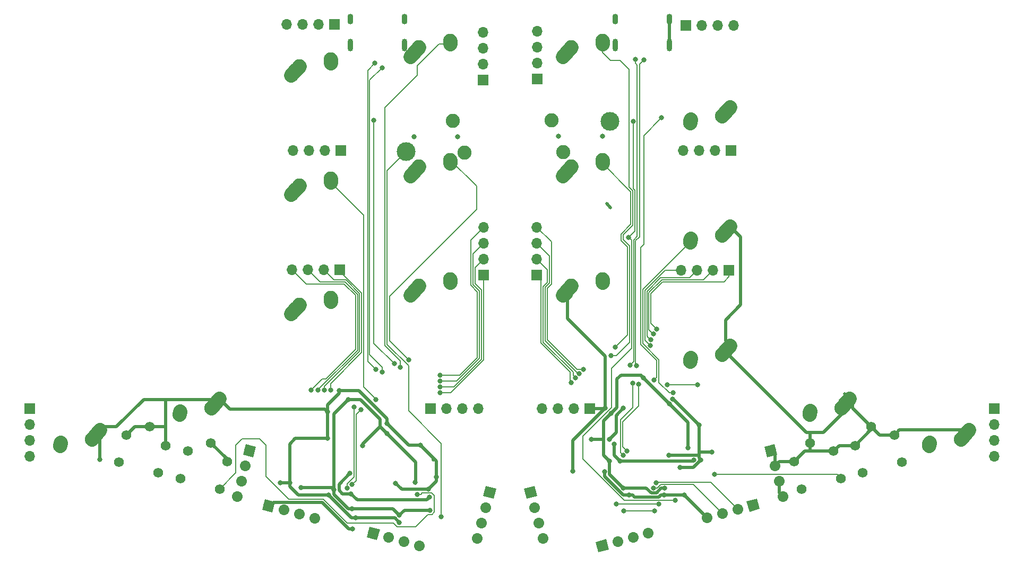
<source format=gbr>
G04 #@! TF.GenerationSoftware,KiCad,Pcbnew,(5.1.4)-1*
G04 #@! TF.CreationDate,2023-06-17T21:44:22-04:00*
G04 #@! TF.ProjectId,ThumbsUp,5468756d-6273-4557-902e-6b696361645f,rev?*
G04 #@! TF.SameCoordinates,Original*
G04 #@! TF.FileFunction,Copper,L1,Top*
G04 #@! TF.FilePolarity,Positive*
%FSLAX46Y46*%
G04 Gerber Fmt 4.6, Leading zero omitted, Abs format (unit mm)*
G04 Created by KiCad (PCBNEW (5.1.4)-1) date 2023-06-17 21:44:22*
%MOMM*%
%LPD*%
G04 APERTURE LIST*
%ADD10C,2.250000*%
%ADD11C,2.250000*%
%ADD12O,0.900000X1.700000*%
%ADD13O,0.900000X2.000000*%
%ADD14C,1.575000*%
%ADD15O,1.700000X1.700000*%
%ADD16R,1.700000X1.700000*%
%ADD17C,1.700000*%
%ADD18C,1.700000*%
%ADD19C,0.100000*%
%ADD20C,0.800000*%
%ADD21C,3.000000*%
%ADD22C,0.500000*%
%ADD23C,0.200000*%
G04 APERTURE END LIST*
D10*
X118582789Y-412412952D03*
X117927790Y-413142952D03*
D11*
X117272789Y-413872952D02*
X118582791Y-412412952D01*
D10*
X123622789Y-411332952D03*
X123602789Y-411622952D03*
D11*
X123582789Y-411912952D02*
X123622789Y-411332952D01*
D10*
X161892025Y-405150323D03*
D11*
X161912025Y-404860323D02*
X161872025Y-405440323D01*
D10*
X161872025Y-405440323D03*
X167567024Y-403630323D03*
D11*
X168222025Y-402900323D02*
X166912023Y-404360323D01*
D10*
X166912025Y-404360323D03*
D12*
X158595000Y-388810000D03*
X149955000Y-388810000D03*
D13*
X158595000Y-392980000D03*
X149955000Y-392980000D03*
D14*
X181027730Y-456555373D03*
X184751651Y-457881047D03*
X185923921Y-462225674D03*
X178476079Y-459574326D03*
X179648349Y-463918953D03*
X85447277Y-456555373D03*
X87998928Y-459574326D03*
X86826658Y-463918953D03*
X81723356Y-457881047D03*
X80551086Y-462225674D03*
X190727730Y-453955373D03*
X194451651Y-455281047D03*
X195623921Y-459625674D03*
X188176079Y-456974326D03*
X189348349Y-461318953D03*
X75669532Y-453955373D03*
X78221183Y-456974326D03*
X77048913Y-461318953D03*
X71945611Y-455281047D03*
X70773341Y-459625674D03*
D15*
X168830000Y-389860000D03*
X166290000Y-389860000D03*
X163750000Y-389860000D03*
D16*
X161210000Y-389860000D03*
D15*
X97510000Y-389720000D03*
X100050000Y-389720000D03*
X102590000Y-389720000D03*
D16*
X105130000Y-389720000D03*
D10*
X99532789Y-415412952D03*
X98877790Y-416142952D03*
D11*
X98222789Y-416872952D02*
X99532791Y-415412952D01*
D10*
X104572789Y-414332952D03*
X104552789Y-414622952D03*
D11*
X104532789Y-414912952D02*
X104572789Y-414332952D01*
D10*
X205012025Y-455960322D03*
X205667024Y-455230322D03*
D11*
X206322025Y-454500322D02*
X205012023Y-455960322D01*
D10*
X199972025Y-457040322D03*
X199992025Y-456750322D03*
D11*
X200012025Y-456460322D02*
X199972025Y-457040322D01*
D10*
X185962025Y-450960323D03*
X186617024Y-450230323D03*
D11*
X187272025Y-449500323D02*
X185962023Y-450960323D01*
D10*
X180922025Y-452040323D03*
X180942025Y-451750323D03*
D11*
X180962025Y-451460323D02*
X180922025Y-452040323D01*
D10*
X166912025Y-442460322D03*
X167567024Y-441730322D03*
D11*
X168222025Y-441000322D02*
X166912023Y-442460322D01*
D10*
X161872025Y-443540322D03*
X161892025Y-443250322D03*
D11*
X161912025Y-442960322D02*
X161872025Y-443540322D01*
D10*
X166912025Y-423410322D03*
X167567024Y-422680322D03*
D11*
X168222025Y-421950322D02*
X166912023Y-423410322D01*
D10*
X161872025Y-424490322D03*
X161892025Y-424200322D03*
D11*
X161912025Y-423910322D02*
X161872025Y-424490322D01*
D10*
X142862025Y-431460322D03*
X142207026Y-432190322D03*
D11*
X141552025Y-432920322D02*
X142862027Y-431460322D01*
D10*
X147902025Y-430380322D03*
X147882025Y-430670322D03*
D11*
X147862025Y-430960322D02*
X147902025Y-430380322D01*
D10*
X142862025Y-412410323D03*
X142207026Y-413140323D03*
D11*
X141552025Y-413870323D02*
X142862027Y-412410323D01*
D10*
X147902025Y-411330323D03*
X147882025Y-411620323D03*
D11*
X147862025Y-411910323D02*
X147902025Y-411330323D01*
D10*
X147882026Y-392570322D03*
D11*
X147862026Y-392860322D02*
X147902026Y-392280322D01*
D10*
X147902026Y-392280322D03*
X142207027Y-394090322D03*
D11*
X141552026Y-394820322D02*
X142862028Y-393360322D01*
D10*
X142862026Y-393360322D03*
X118582789Y-431462952D03*
X117927790Y-432192952D03*
D11*
X117272789Y-432922952D02*
X118582791Y-431462952D01*
D10*
X123622789Y-430382952D03*
X123602789Y-430672952D03*
D11*
X123582789Y-430962952D02*
X123622789Y-430382952D01*
D10*
X123602790Y-392572952D03*
D11*
X123582790Y-392862952D02*
X123622790Y-392282952D01*
D10*
X123622790Y-392282952D03*
X117927791Y-394092952D03*
D11*
X117272790Y-394822952D02*
X118582792Y-393362952D01*
D10*
X118582790Y-393362952D03*
X99532790Y-434462952D03*
X98877791Y-435192952D03*
D11*
X98222790Y-435922952D02*
X99532792Y-434462952D01*
D10*
X104572790Y-433382952D03*
X104552790Y-433672952D03*
D11*
X104532790Y-433962952D02*
X104572790Y-433382952D01*
D10*
X104552790Y-395572952D03*
D11*
X104532790Y-395862952D02*
X104572790Y-395282952D01*
D10*
X104572790Y-395282952D03*
X98877791Y-397092952D03*
D11*
X98222790Y-397822952D02*
X99532792Y-396362952D01*
D10*
X99532790Y-396362952D03*
X85482789Y-450962953D03*
X86137788Y-450232953D03*
D11*
X86792789Y-449502953D02*
X85482787Y-450962953D01*
D10*
X80442789Y-452042953D03*
X80462789Y-451752953D03*
D11*
X80482789Y-451462953D02*
X80442789Y-452042953D01*
D10*
X66432789Y-455962952D03*
X67087788Y-455232952D03*
D11*
X67742789Y-454502952D02*
X66432787Y-455962952D01*
D10*
X61392789Y-457042952D03*
X61412789Y-456752952D03*
D11*
X61432789Y-456462952D02*
X61392789Y-457042952D01*
D12*
X116300000Y-388825000D03*
X107660000Y-388825000D03*
D13*
X116300000Y-392995000D03*
X107660000Y-392995000D03*
D17*
X101993144Y-468585154D03*
D18*
X101993144Y-468585154D02*
X101993144Y-468585154D01*
D17*
X99539692Y-467927754D03*
D18*
X99539692Y-467927754D02*
X99539692Y-467927754D01*
D17*
X97086241Y-467270353D03*
D18*
X97086241Y-467270353D02*
X97086241Y-467270353D01*
D17*
X94632789Y-466612953D03*
D19*
G36*
X95233830Y-467653986D02*
G01*
X93591756Y-467213994D01*
X94031748Y-465571920D01*
X95673822Y-466011912D01*
X95233830Y-467653986D01*
X95233830Y-467653986D01*
G37*
D17*
X164551669Y-468482524D03*
D18*
X164551669Y-468482524D02*
X164551669Y-468482524D01*
D17*
X167005121Y-467825124D03*
D18*
X167005121Y-467825124D02*
X167005121Y-467825124D01*
D17*
X169458572Y-467167723D03*
D18*
X169458572Y-467167723D02*
X169458572Y-467167723D01*
D17*
X171912024Y-466510323D03*
D19*
G36*
X170870991Y-465909282D02*
G01*
X172513065Y-465469290D01*
X172953057Y-467111364D01*
X171310983Y-467551356D01*
X170870991Y-465909282D01*
X170870991Y-465909282D01*
G37*
D17*
X138391130Y-471814978D03*
D18*
X138391130Y-471814978D02*
X138391130Y-471814978D01*
D17*
X137733730Y-469361526D03*
D18*
X137733730Y-469361526D02*
X137733730Y-469361526D01*
D17*
X137076329Y-466908075D03*
D18*
X137076329Y-466908075D02*
X137076329Y-466908075D01*
D17*
X136418929Y-464454623D03*
D19*
G36*
X135817888Y-465495656D02*
G01*
X135377896Y-463853582D01*
X137019970Y-463413590D01*
X137459962Y-465055664D01*
X135817888Y-465495656D01*
X135817888Y-465495656D01*
G37*
D20*
X147850000Y-407575000D03*
X140850000Y-407575000D03*
D10*
X141650000Y-410100000D03*
D21*
X149050000Y-405175000D03*
D10*
X139750000Y-405050000D03*
D20*
X117800000Y-407625000D03*
X124800000Y-407625000D03*
D10*
X124000000Y-405100000D03*
D21*
X116600000Y-410025000D03*
D10*
X125900000Y-410150000D03*
D15*
X137412019Y-422110280D03*
X137412019Y-424650280D03*
X137412019Y-427190280D03*
D16*
X137412019Y-429730280D03*
D15*
X137458726Y-390760794D03*
X137458726Y-393300794D03*
X137458726Y-395840794D03*
D16*
X137458726Y-398380794D03*
D15*
X128876095Y-390998305D03*
X128876095Y-393538305D03*
X128876095Y-396078305D03*
D16*
X128876095Y-398618305D03*
D15*
X128940599Y-422124893D03*
X128940599Y-424664893D03*
X128940599Y-427204893D03*
D16*
X128940599Y-429744893D03*
D17*
X176698626Y-465168258D03*
D18*
X176698626Y-465168258D02*
X176698626Y-465168258D01*
D17*
X176041226Y-462714806D03*
D18*
X176041226Y-462714806D02*
X176041226Y-462714806D01*
D17*
X175383825Y-460261355D03*
D18*
X175383825Y-460261355D02*
X175383825Y-460261355D01*
D17*
X174726425Y-457807903D03*
D19*
G36*
X174125384Y-458848936D02*
G01*
X173685392Y-457206862D01*
X175327466Y-456766870D01*
X175767458Y-458408944D01*
X174125384Y-458848936D01*
X174125384Y-458848936D01*
G37*
D15*
X138195921Y-451084972D03*
X140735921Y-451084972D03*
X143275921Y-451084972D03*
D16*
X145815921Y-451084972D03*
D15*
X128068428Y-451081322D03*
X125528428Y-451081322D03*
X122988428Y-451081322D03*
D16*
X120448428Y-451081322D03*
D17*
X89627956Y-465171820D03*
D18*
X89627956Y-465171820D02*
X89627956Y-465171820D01*
D17*
X90285356Y-462718368D03*
D18*
X90285356Y-462718368D02*
X90285356Y-462718368D01*
D17*
X90942757Y-460264917D03*
D18*
X90942757Y-460264917D02*
X90942757Y-460264917D01*
D17*
X91600157Y-457811465D03*
D19*
G36*
X90559124Y-458412506D02*
G01*
X90999116Y-456770432D01*
X92641190Y-457210424D01*
X92201198Y-458852498D01*
X90559124Y-458412506D01*
X90559124Y-458412506D01*
G37*
D15*
X210412025Y-458730322D03*
X210412025Y-456190322D03*
X210412025Y-453650322D03*
D16*
X210412025Y-451110322D03*
D15*
X56532789Y-458712952D03*
X56532789Y-456172952D03*
X56532789Y-453632952D03*
D16*
X56532789Y-451092952D03*
D15*
X98376974Y-428920972D03*
X100916974Y-428920972D03*
X103456974Y-428920972D03*
D16*
X105996974Y-428920972D03*
D15*
X160436722Y-428957847D03*
X162976722Y-428957847D03*
X165516722Y-428957847D03*
D16*
X168056722Y-428957847D03*
D15*
X98534161Y-409835202D03*
X101074161Y-409835202D03*
X103614161Y-409835202D03*
D16*
X106154161Y-409835202D03*
D15*
X160739012Y-409842011D03*
X163279012Y-409842011D03*
X165819012Y-409842011D03*
D16*
X168359012Y-409842011D03*
D17*
X155212025Y-471010322D03*
D18*
X155212025Y-471010322D02*
X155212025Y-471010322D01*
D17*
X152758573Y-471667722D03*
D18*
X152758573Y-471667722D02*
X152758573Y-471667722D01*
D17*
X150305122Y-472325123D03*
D18*
X150305122Y-472325123D02*
X150305122Y-472325123D01*
D17*
X147851670Y-472982523D03*
D19*
G36*
X146810637Y-472381482D02*
G01*
X148452711Y-471941490D01*
X148892703Y-473583564D01*
X147250629Y-474023556D01*
X146810637Y-472381482D01*
X146810637Y-472381482D01*
G37*
D17*
X118693145Y-472985153D03*
D18*
X118693145Y-472985153D02*
X118693145Y-472985153D01*
D17*
X116239693Y-472327753D03*
D18*
X116239693Y-472327753D02*
X116239693Y-472327753D01*
D17*
X113786242Y-471670352D03*
D18*
X113786242Y-471670352D02*
X113786242Y-471670352D01*
D17*
X111332790Y-471012952D03*
D19*
G36*
X110731749Y-469971919D02*
G01*
X112373823Y-470411911D01*
X111933831Y-472053985D01*
X110291757Y-471613993D01*
X110731749Y-469971919D01*
X110731749Y-469971919D01*
G37*
D17*
X127932789Y-471812952D03*
D18*
X127932789Y-471812952D02*
X127932789Y-471812952D01*
D17*
X128590189Y-469359500D03*
D18*
X128590189Y-469359500D02*
X128590189Y-469359500D01*
D17*
X129247590Y-466906049D03*
D18*
X129247590Y-466906049D02*
X129247590Y-466906049D01*
D17*
X129904990Y-464452597D03*
D19*
G36*
X128863957Y-465053638D02*
G01*
X129303949Y-463411564D01*
X130946023Y-463851556D01*
X130506031Y-465493630D01*
X128863957Y-465053638D01*
X128863957Y-465053638D01*
G37*
D20*
X111569500Y-395912202D03*
X111720000Y-444830000D03*
X112740650Y-396620650D03*
X112730000Y-445260000D03*
X107787880Y-464702836D03*
X150674981Y-459425019D03*
X149792990Y-456752990D03*
X162411146Y-459317264D03*
X120300000Y-465225002D03*
X107620979Y-461401191D03*
X107966595Y-463225603D03*
X109350000Y-451261000D03*
X107146000Y-463780000D03*
X108276702Y-450845568D03*
X156047144Y-463784900D03*
X156450000Y-462950000D03*
X151800213Y-457838858D03*
X153671824Y-447147929D03*
X151182472Y-458530050D03*
X152750000Y-447050000D03*
X153325000Y-444250000D03*
X154525000Y-395350000D03*
X152275000Y-444150000D03*
X153125000Y-395325002D03*
X163283820Y-453678953D03*
X157729995Y-464899995D03*
X104163969Y-464900283D03*
X96490000Y-462970000D03*
X98030000Y-462970000D03*
X104040000Y-455860000D03*
X165325000Y-458050000D03*
X158477000Y-458523000D03*
X160969145Y-464900000D03*
X148223005Y-461126995D03*
X152150000Y-464900000D03*
X149000000Y-455975990D03*
X151200000Y-451000000D03*
X163584199Y-459261643D03*
X159072383Y-449550800D03*
X160225000Y-460450000D03*
X148325000Y-450975000D03*
X114900000Y-463000000D03*
X104036356Y-451556032D03*
X113500000Y-453450002D03*
X118875000Y-456925000D03*
X115455864Y-469244136D03*
X121399988Y-462000000D03*
X67742789Y-459232211D03*
X105930000Y-448180000D03*
X108508655Y-468545979D03*
X108000000Y-470300000D03*
X143160000Y-461050000D03*
X120125365Y-463945989D03*
X122170000Y-468340000D03*
X159504000Y-465700000D03*
X152043126Y-423774993D03*
X152800000Y-405150000D03*
X121950145Y-448555167D03*
X121947694Y-447628169D03*
X121964373Y-446701317D03*
X122000000Y-445775000D03*
X104500000Y-448099964D03*
X103519894Y-448099964D03*
X102466731Y-448099964D03*
X101422667Y-448099964D03*
X156200000Y-467400000D03*
X151250000Y-467400000D03*
X142900000Y-446900000D03*
X143591611Y-446182728D03*
X144167727Y-445456476D03*
X144829392Y-444807206D03*
X155530377Y-441025984D03*
X155563055Y-440099549D03*
X156020492Y-439172764D03*
X156558538Y-438417875D03*
X114681000Y-443892004D03*
X111430000Y-405060000D03*
X111760000Y-449607000D03*
X115670000Y-444490000D03*
X116970000Y-443310002D03*
X149280000Y-442580000D03*
X149920000Y-441230002D03*
X156100000Y-446500000D03*
X157310000Y-404588968D03*
X159124994Y-448550000D03*
X158255856Y-447294144D03*
X163041067Y-447294144D03*
X105083989Y-464030749D03*
X109624021Y-456992000D03*
X107908000Y-467082000D03*
X161518356Y-457318356D03*
X117990000Y-462840000D03*
X99800000Y-463735000D03*
X146100000Y-456000004D03*
X149000006Y-459450000D03*
X151200000Y-463750000D03*
X157805871Y-463818898D03*
X158561463Y-450324306D03*
X154443578Y-446206420D03*
X149282347Y-451832345D03*
X113500000Y-455025000D03*
X120350000Y-467350000D03*
X115503153Y-468125008D03*
X107300000Y-449670000D03*
X118333617Y-464759428D03*
X165725000Y-461600000D03*
X156829010Y-466350000D03*
X150050000Y-466350000D03*
D22*
X149172025Y-418950323D02*
X148550000Y-418328298D01*
D23*
X111569500Y-395912202D02*
X111560000Y-395921702D01*
X110435980Y-443545980D02*
X111320001Y-444430001D01*
X111320001Y-444430001D02*
X111720000Y-444830000D01*
X111569500Y-395912202D02*
X110435980Y-397045722D01*
X110435980Y-397045722D02*
X110435980Y-443545980D01*
X112730000Y-444440000D02*
X112730000Y-444694315D01*
X110762991Y-398598309D02*
X110762991Y-442472991D01*
X112730000Y-444694315D02*
X112730000Y-445260000D01*
X112740650Y-396620650D02*
X110762991Y-398598309D01*
X110762991Y-442472991D02*
X112730000Y-444440000D01*
D22*
X149792990Y-458543028D02*
X150674981Y-459425019D01*
X149792990Y-456752990D02*
X149792990Y-458543028D01*
X150674981Y-459425019D02*
X162303391Y-459425019D01*
X162303391Y-459425019D02*
X162411146Y-459317264D01*
X119875003Y-465649999D02*
X120300000Y-465225002D01*
X107787880Y-464702836D02*
X108735043Y-465649999D01*
X108735043Y-465649999D02*
X119875003Y-465649999D01*
X105860999Y-463161171D02*
X107620979Y-461401191D01*
X106410874Y-464702836D02*
X105860999Y-464152961D01*
X105860999Y-464152961D02*
X105860999Y-463161171D01*
X107787880Y-464702836D02*
X106410874Y-464702836D01*
D23*
X108575000Y-452036000D02*
X108950001Y-451660999D01*
X108950001Y-451660999D02*
X109350000Y-451261000D01*
X107966595Y-463225603D02*
X108575000Y-462617198D01*
X108575000Y-462617198D02*
X108575000Y-452036000D01*
X108247989Y-450874281D02*
X108276702Y-450845568D01*
X108247989Y-462041170D02*
X108247989Y-450874281D01*
X107146000Y-463780000D02*
X107146000Y-463143159D01*
X107146000Y-463143159D02*
X108247989Y-462041170D01*
X156591369Y-463784900D02*
X156047144Y-463784900D01*
X162332008Y-463152011D02*
X157224258Y-463152011D01*
X167005121Y-467825124D02*
X162332008Y-463152011D01*
X157224258Y-463152011D02*
X156591369Y-463784900D01*
X156575000Y-462825000D02*
X156450000Y-462950000D01*
X169458572Y-467167723D02*
X165142851Y-462852002D01*
X165142851Y-462852002D02*
X164749038Y-462852002D01*
X164749038Y-462852002D02*
X164722036Y-462825000D01*
X164722036Y-462825000D02*
X156575000Y-462825000D01*
X153671824Y-450653176D02*
X153671824Y-447147929D01*
X151125000Y-453200000D02*
X153671824Y-450653176D01*
X151800213Y-457838858D02*
X151125000Y-457163645D01*
X151125000Y-457163645D02*
X151125000Y-453200000D01*
X152750000Y-450900000D02*
X152750000Y-447050000D01*
X151182472Y-458530050D02*
X150782473Y-458130051D01*
X150782473Y-458130051D02*
X150782473Y-452867527D01*
X150782473Y-452867527D02*
X152750000Y-450900000D01*
X153790000Y-423660149D02*
X153790000Y-396085000D01*
X153170000Y-424280149D02*
X153790000Y-423660149D01*
X153170000Y-444095000D02*
X153170000Y-424280149D01*
X154125001Y-395749999D02*
X154525000Y-395350000D01*
X153790000Y-396085000D02*
X154125001Y-395749999D01*
X153325000Y-444250000D02*
X153170000Y-444095000D01*
X153125000Y-395890687D02*
X153125000Y-395325002D01*
X152275000Y-444150000D02*
X152842989Y-443582011D01*
X153427001Y-396192688D02*
X153125000Y-395890687D01*
X153427001Y-423560686D02*
X153427001Y-396192688D01*
X152842989Y-424144697D02*
X153427001Y-423560686D01*
X152842989Y-443582011D02*
X152842989Y-424144697D01*
D22*
X163283820Y-457916180D02*
X163417640Y-458050000D01*
X163417640Y-458050000D02*
X165325000Y-458050000D01*
X160969145Y-464900000D02*
X157730000Y-464900000D01*
X157730000Y-464900000D02*
X157729995Y-464899995D01*
X98030000Y-462970000D02*
X96490000Y-462970000D01*
X98890000Y-455860000D02*
X98030000Y-456720000D01*
X104040000Y-455860000D02*
X98890000Y-455860000D01*
X98030000Y-456720000D02*
X98030000Y-462970000D01*
X160969145Y-464900000D02*
X164551669Y-468482524D01*
X148200000Y-461899962D02*
X148200000Y-461150000D01*
X148200000Y-461150000D02*
X148223005Y-461126995D01*
X152150000Y-464900000D02*
X151200038Y-464900000D01*
X151200038Y-464900000D02*
X148200000Y-461899962D01*
X163283820Y-458961264D02*
X163584199Y-459261643D01*
X163283820Y-453678953D02*
X163283820Y-458961264D01*
X152150000Y-464900000D02*
X152715685Y-464900000D01*
X153004597Y-465188912D02*
X156875393Y-465188912D01*
X157164310Y-464899995D02*
X157729995Y-464899995D01*
X156875393Y-465188912D02*
X157164310Y-464899995D01*
X152715685Y-464900000D02*
X153004597Y-465188912D01*
X163283820Y-453678953D02*
X159155667Y-449550800D01*
X159155667Y-449550800D02*
X159072383Y-449550800D01*
X162395842Y-460450000D02*
X163584199Y-459261643D01*
X160225000Y-460450000D02*
X162395842Y-460450000D01*
X142125000Y-433493297D02*
X141552025Y-432920322D01*
X158479000Y-458525000D02*
X158477000Y-458523000D01*
X163200000Y-458525000D02*
X158479000Y-458525000D01*
X163283820Y-458166180D02*
X163283820Y-458441180D01*
X163283820Y-458441180D02*
X163200000Y-458525000D01*
X145815921Y-451084972D02*
X148215028Y-451084972D01*
X150059348Y-452140652D02*
X151200000Y-451000000D01*
X148215028Y-451084972D02*
X148325000Y-450975000D01*
X149000000Y-455975990D02*
X150059348Y-454916642D01*
X150059348Y-454916642D02*
X150059348Y-452140652D01*
X141552025Y-432920322D02*
X141320024Y-432688321D01*
X113500000Y-453450002D02*
X116974998Y-456925000D01*
X116974998Y-456925000D02*
X118875000Y-456925000D01*
X120800000Y-458850000D02*
X120900000Y-458950000D01*
X120900000Y-458950000D02*
X118875000Y-456925000D01*
X120900000Y-458950000D02*
X121399988Y-459449988D01*
X121399988Y-459449988D02*
X121399988Y-462000000D01*
X120900000Y-459300000D02*
X120900000Y-458950000D01*
X67742789Y-454502952D02*
X67742789Y-459232211D01*
X169900000Y-423628297D02*
X168222025Y-421950322D01*
X169900000Y-434500000D02*
X169900000Y-423628297D01*
X167500000Y-436900000D02*
X169900000Y-434500000D01*
X168222025Y-441000322D02*
X167500000Y-440278297D01*
X167500000Y-440278297D02*
X167500000Y-436900000D01*
X168222025Y-441000322D02*
X168621703Y-441400000D01*
X186500000Y-448728298D02*
X187272025Y-449500323D01*
X105930000Y-448619962D02*
X105930000Y-448180000D01*
X104040000Y-455860000D02*
X104040000Y-450509962D01*
X104040000Y-450509962D02*
X105930000Y-448619962D01*
X167960322Y-442460322D02*
X166912025Y-442460322D01*
X180400000Y-454900000D02*
X167960322Y-442460322D01*
X187272025Y-449500323D02*
X187272025Y-450727975D01*
X187272025Y-450727975D02*
X183100000Y-454900000D01*
X86792789Y-449652953D02*
X86792789Y-449502953D01*
X86739836Y-449600000D02*
X86792789Y-449652953D01*
X70300000Y-454000000D02*
X74700000Y-449600000D01*
X67742789Y-454502952D02*
X68245741Y-454000000D01*
X68245741Y-454000000D02*
X70300000Y-454000000D01*
X78221183Y-449721183D02*
X78100000Y-449600000D01*
X74700000Y-449600000D02*
X78100000Y-449600000D01*
X78100000Y-449600000D02*
X86739836Y-449600000D01*
X181027730Y-454972270D02*
X181027730Y-456555373D01*
X181100000Y-454900000D02*
X181027730Y-454972270D01*
X181100000Y-454900000D02*
X180400000Y-454900000D01*
X183100000Y-454900000D02*
X181100000Y-454900000D01*
X187732680Y-449960978D02*
X187272025Y-449500323D01*
X187732680Y-450960323D02*
X187732680Y-449960978D01*
X190727730Y-453955373D02*
X187732680Y-450960323D01*
X104163969Y-464900283D02*
X107809665Y-468545979D01*
X107942970Y-468545979D02*
X108508655Y-468545979D01*
X107809665Y-468545979D02*
X107942970Y-468545979D01*
X109074340Y-468545979D02*
X108508655Y-468545979D01*
X114757707Y-468545979D02*
X109074340Y-468545979D01*
X115455864Y-469244136D02*
X114757707Y-468545979D01*
X98030000Y-463535685D02*
X98030000Y-462970000D01*
X99394598Y-464900283D02*
X98030000Y-463535685D01*
X104163969Y-464900283D02*
X99394598Y-464900283D01*
X107403406Y-470300000D02*
X108000000Y-470300000D01*
X103146758Y-466043352D02*
X107403406Y-470300000D01*
X95356648Y-466043352D02*
X103146758Y-466043352D01*
X94632789Y-466612953D02*
X94787047Y-466612953D01*
X94787047Y-466612953D02*
X95356648Y-466043352D01*
X106495685Y-448180000D02*
X105930000Y-448180000D01*
X109063000Y-448180000D02*
X106495685Y-448180000D01*
X113538000Y-452655000D02*
X109063000Y-448180000D01*
X113500000Y-453450002D02*
X113538000Y-453412002D01*
X113538000Y-453412002D02*
X113538000Y-452655000D01*
X192053404Y-455281047D02*
X190727730Y-453955373D01*
X194451651Y-455281047D02*
X192053404Y-455281047D01*
X195239150Y-454493548D02*
X194451651Y-455281047D01*
X206322025Y-454500322D02*
X206315251Y-454493548D01*
X206315251Y-454493548D02*
X195239150Y-454493548D01*
X190727730Y-454422675D02*
X188176079Y-456974326D01*
X190727730Y-453955373D02*
X190727730Y-454422675D01*
X185658372Y-456974326D02*
X184751651Y-457881047D01*
X188176079Y-456974326D02*
X185658372Y-456974326D01*
X180169358Y-457881047D02*
X178476079Y-459574326D01*
X181027730Y-457732270D02*
X180878953Y-457881047D01*
X181027730Y-456555373D02*
X181027730Y-457732270D01*
X184751651Y-457881047D02*
X180878953Y-457881047D01*
X180878953Y-457881047D02*
X180169358Y-457881047D01*
X176070854Y-459574326D02*
X175383825Y-460261355D01*
X178476079Y-459574326D02*
X176070854Y-459574326D01*
X175383825Y-458465303D02*
X174726425Y-457807903D01*
X175383825Y-460261355D02*
X175383825Y-458465303D01*
X176041226Y-464510858D02*
X176698626Y-465168258D01*
X176041226Y-462714806D02*
X176041226Y-464510858D01*
X142862025Y-433051312D02*
X142862025Y-431460322D01*
X142270000Y-433643337D02*
X142862025Y-433051312D01*
X142270000Y-436700000D02*
X142270000Y-433643337D01*
X148300000Y-442730000D02*
X142270000Y-436700000D01*
X148325000Y-450975000D02*
X148300000Y-450950000D01*
X148300000Y-450950000D02*
X148300000Y-442730000D01*
X143160000Y-456140000D02*
X143160000Y-460484315D01*
X143160000Y-460484315D02*
X143160000Y-461050000D01*
X148325000Y-450975000D02*
X143160000Y-456140000D01*
X158595000Y-392980000D02*
X158595000Y-388810000D01*
X76807415Y-453931183D02*
X78221183Y-453931183D01*
X76783225Y-453955373D02*
X76807415Y-453931183D01*
X75669532Y-453955373D02*
X76783225Y-453955373D01*
X78221183Y-456974326D02*
X78221183Y-453931183D01*
X78221183Y-453931183D02*
X78221183Y-449721183D01*
X87998928Y-459107024D02*
X85447277Y-456555373D01*
X87998928Y-459574326D02*
X87998928Y-459107024D01*
X73271285Y-453955373D02*
X71945611Y-455281047D01*
X75669532Y-453955373D02*
X73271285Y-453955373D01*
X115845989Y-463945989D02*
X120125365Y-463945989D01*
X114900000Y-463000000D02*
X115845989Y-463945989D01*
X121399988Y-462671366D02*
X120125365Y-463945989D01*
X121399988Y-462000000D02*
X121399988Y-462671366D01*
X88445869Y-451156033D02*
X86792789Y-449502953D01*
X103636357Y-451156033D02*
X88445869Y-451156033D01*
X104036356Y-451556032D02*
X103636357Y-451156033D01*
D23*
X122170000Y-467774315D02*
X122170000Y-468340000D01*
X116967000Y-444240964D02*
X116967000Y-451429686D01*
X122170000Y-456632686D02*
X122170000Y-467774315D01*
X113529998Y-440803962D02*
X116967000Y-444240964D01*
X116967000Y-451429686D02*
X122170000Y-456632686D01*
X116600000Y-410025000D02*
X113529998Y-413095002D01*
X113529998Y-413095002D02*
X113529998Y-440803962D01*
X158350000Y-465700000D02*
X159504000Y-465700000D01*
X158400000Y-465650000D02*
X158350000Y-465700000D01*
X152050000Y-423725000D02*
X152050000Y-423768119D01*
X152050000Y-423768119D02*
X152043126Y-423774993D01*
X149322990Y-444627010D02*
X152515978Y-441434022D01*
X144775000Y-459149556D02*
X144775000Y-455452964D01*
X144775000Y-455452964D02*
X149322990Y-450904974D01*
X152515978Y-441434022D02*
X152515978Y-424190978D01*
X149322990Y-450904974D02*
X149322990Y-444627010D01*
X152515978Y-424190978D02*
X152050000Y-423725000D01*
X151325444Y-465700000D02*
X144775000Y-459149556D01*
X159504000Y-465700000D02*
X151325444Y-465700000D01*
X152800000Y-415923372D02*
X152800000Y-405715685D01*
X152050000Y-423725000D02*
X153044022Y-422730978D01*
X153044022Y-422730978D02*
X153044022Y-416167394D01*
X153044022Y-416167394D02*
X152800000Y-415923372D01*
X152800000Y-405715685D02*
X152800000Y-405150000D01*
X128940599Y-443326790D02*
X128940599Y-430794893D01*
X123712222Y-448555167D02*
X128940599Y-443326790D01*
X128940599Y-430794893D02*
X128940599Y-429744893D01*
X121950145Y-448555167D02*
X123712222Y-448555167D01*
X121947694Y-447628169D02*
X124176757Y-447628169D01*
X124176757Y-447628169D02*
X128594022Y-443210904D01*
X128594022Y-432144098D02*
X127554022Y-431104098D01*
X127554022Y-431104098D02*
X127554022Y-428591470D01*
X128090600Y-428054892D02*
X128940599Y-427204893D01*
X127554022Y-428591470D02*
X128090600Y-428054892D01*
X128594022Y-443210904D02*
X128594022Y-432144098D01*
X128090600Y-425514892D02*
X128940599Y-424664893D01*
X127227011Y-426378481D02*
X128090600Y-425514892D01*
X127227011Y-431239550D02*
X127227011Y-426378481D01*
X128267011Y-432279550D02*
X127227011Y-431239550D01*
X128267011Y-443075452D02*
X128267011Y-432279550D01*
X124641146Y-446701317D02*
X128267011Y-443075452D01*
X121964373Y-446701317D02*
X124641146Y-446701317D01*
X128090600Y-422974892D02*
X128940599Y-422124893D01*
X126900000Y-431375002D02*
X126900000Y-424165492D01*
X127940000Y-432415002D02*
X126900000Y-431375002D01*
X127940000Y-442940000D02*
X127940000Y-432415002D01*
X122000000Y-445775000D02*
X125105000Y-445775000D01*
X126900000Y-424165492D02*
X128090600Y-422974892D01*
X125105000Y-445775000D02*
X127940000Y-442940000D01*
X105879028Y-428920972D02*
X105996974Y-428920972D01*
X105996974Y-429111974D02*
X105996974Y-428920972D01*
X109472989Y-442115011D02*
X109472989Y-432587989D01*
X104500000Y-447088000D02*
X109472989Y-442115011D01*
X109472989Y-432587989D02*
X105996974Y-429111974D01*
X104500000Y-448099964D02*
X104500000Y-447088000D01*
X103519894Y-447534279D02*
X109145978Y-441908195D01*
X105081980Y-430545978D02*
X104306973Y-429770971D01*
X109145978Y-441908195D02*
X109145978Y-432723440D01*
X103519894Y-448099964D02*
X103519894Y-447534279D01*
X106968516Y-430545978D02*
X105081980Y-430545978D01*
X104306973Y-429770971D02*
X103456974Y-428920972D01*
X109145978Y-432723440D02*
X106968516Y-430545978D01*
X106833065Y-430872989D02*
X102868991Y-430872989D01*
X101766973Y-429770971D02*
X100916974Y-428920972D01*
X108818967Y-432858891D02*
X106833065Y-430872989D01*
X102466731Y-448099964D02*
X102866730Y-447699965D01*
X102868991Y-430872989D02*
X101766973Y-429770971D01*
X102872035Y-447699965D02*
X108818967Y-441753033D01*
X108818967Y-441753033D02*
X108818967Y-432858891D01*
X102866730Y-447699965D02*
X102872035Y-447699965D01*
X99226973Y-429770971D02*
X98376974Y-428920972D01*
X100656002Y-431200000D02*
X99226973Y-429770971D01*
X101422667Y-448099964D02*
X103217631Y-446305000D01*
X103759000Y-446305000D02*
X108491956Y-441572044D01*
X108491956Y-441572044D02*
X108491956Y-432994342D01*
X108491956Y-432994342D02*
X106697614Y-431200000D01*
X103217631Y-446305000D02*
X103759000Y-446305000D01*
X106697614Y-431200000D02*
X100656002Y-431200000D01*
X156200000Y-467400000D02*
X151250000Y-467400000D01*
X142700000Y-446700000D02*
X142900000Y-446900000D01*
X142700000Y-445200000D02*
X142700000Y-446700000D01*
X138100000Y-440600000D02*
X142700000Y-445200000D01*
X137412019Y-429730280D02*
X138100000Y-430418261D01*
X138100000Y-430418261D02*
X138100000Y-440600000D01*
X143191612Y-445782729D02*
X143591611Y-446182728D01*
X143191612Y-445229150D02*
X143191612Y-445782729D01*
X138427011Y-440464549D02*
X143191612Y-445229150D01*
X137412019Y-427190280D02*
X139100000Y-428878261D01*
X139100000Y-430900000D02*
X138427011Y-431572989D01*
X139100000Y-428878261D02*
X139100000Y-430900000D01*
X138427011Y-431572989D02*
X138427011Y-440464549D01*
X138754022Y-440216485D02*
X143994013Y-445456476D01*
X143994013Y-445456476D02*
X144167727Y-445456476D01*
X138754022Y-431708438D02*
X138754022Y-440216485D01*
X139427010Y-431035453D02*
X138754022Y-431708438D01*
X137412019Y-424650280D02*
X139427010Y-426665271D01*
X139427010Y-426665271D02*
X139427010Y-431035453D01*
X139754021Y-431170905D02*
X139081033Y-431843890D01*
X139754021Y-424452282D02*
X139754021Y-431170905D01*
X137412019Y-422110280D02*
X139754021Y-424452282D01*
X139081033Y-440081033D02*
X143807206Y-444807206D01*
X143807206Y-444807206D02*
X144829392Y-444807206D01*
X139081033Y-431843890D02*
X139081033Y-440081033D01*
X155130378Y-440625985D02*
X155530377Y-441025984D01*
X154643099Y-440138706D02*
X155130378Y-440625985D01*
X154643099Y-432194512D02*
X154643099Y-440138706D01*
X160436722Y-428957847D02*
X157879764Y-428957847D01*
X157879764Y-428957847D02*
X154643099Y-432194512D01*
X154970110Y-432329964D02*
X154970110Y-439506604D01*
X161763591Y-430170978D02*
X157129096Y-430170978D01*
X157129096Y-430170978D02*
X154970110Y-432329964D01*
X162976722Y-428957847D02*
X161763591Y-430170978D01*
X155163056Y-439699550D02*
X155563055Y-440099549D01*
X154970110Y-439506604D02*
X155163056Y-439699550D01*
X155297121Y-432540416D02*
X155297121Y-438449393D01*
X155620493Y-438772765D02*
X156020492Y-439172764D01*
X163976580Y-430497989D02*
X157339548Y-430497989D01*
X155297121Y-438449393D02*
X155620493Y-438772765D01*
X165516722Y-428957847D02*
X163976580Y-430497989D01*
X157339548Y-430497989D02*
X155297121Y-432540416D01*
X157475000Y-430825000D02*
X155624132Y-432675868D01*
X155624132Y-437483469D02*
X156158539Y-438017876D01*
X168056722Y-430007847D02*
X167239569Y-430825000D01*
X168056722Y-428957847D02*
X168056722Y-430007847D01*
X156158539Y-438017876D02*
X156558538Y-438417875D01*
X155624132Y-432675868D02*
X155624132Y-437483469D01*
X167239569Y-430825000D02*
X157475000Y-430825000D01*
X105152790Y-395862952D02*
X104532790Y-395862952D01*
X114681000Y-443892004D02*
X111430000Y-440641004D01*
X111430000Y-440641004D02*
X111430000Y-405625685D01*
X111430000Y-405625685D02*
X111430000Y-405060000D01*
X109800000Y-420180163D02*
X109800000Y-447647000D01*
X109800000Y-447647000D02*
X111360001Y-449207001D01*
X111360001Y-449207001D02*
X111760000Y-449607000D01*
X104532789Y-414912952D02*
X109800000Y-420180163D01*
X121837048Y-392862952D02*
X118360000Y-396340000D01*
X113202988Y-403017012D02*
X113202988Y-440967303D01*
X115670000Y-443434315D02*
X115670000Y-443924315D01*
X115670000Y-443924315D02*
X115670000Y-444490000D01*
X113202988Y-440967303D02*
X115670000Y-443434315D01*
X118360000Y-397860000D02*
X113202988Y-403017012D01*
X118360000Y-396340000D02*
X118360000Y-397860000D01*
X123582790Y-392862952D02*
X121837048Y-392862952D01*
X116570001Y-442910003D02*
X116970000Y-443310002D01*
X113930000Y-440270002D02*
X116570001Y-442910003D01*
X113930000Y-433110000D02*
X113930000Y-440270002D01*
X127787534Y-419252466D02*
X113930000Y-433110000D01*
X123622789Y-411332952D02*
X127787534Y-415497697D01*
X127787534Y-415497697D02*
X127787534Y-419252466D01*
X149845685Y-442580000D02*
X149280000Y-442580000D01*
X152188967Y-425088967D02*
X152188967Y-440456718D01*
X151164001Y-424064001D02*
X152188967Y-425088967D01*
X151164001Y-423336000D02*
X151164001Y-424064001D01*
X152717011Y-421782991D02*
X151164001Y-423336000D01*
X152188967Y-440456718D02*
X150065685Y-442580000D01*
X152717011Y-416302846D02*
X152717011Y-421782991D01*
X150065685Y-442580000D02*
X149845685Y-442580000D01*
X147862026Y-392860322D02*
X147862026Y-394212026D01*
X149140000Y-395490000D02*
X150680000Y-395490000D01*
X152100000Y-396910000D02*
X152100000Y-415685835D01*
X147862026Y-394212026D02*
X149140000Y-395490000D01*
X150680000Y-395490000D02*
X152100000Y-396910000D01*
X152100000Y-415685835D02*
X152717011Y-416302846D01*
X150319999Y-440830003D02*
X149920000Y-441230002D01*
X151860000Y-439290002D02*
X150319999Y-440830003D01*
X151860000Y-425240000D02*
X151860000Y-439290002D01*
X150836990Y-424216990D02*
X151860000Y-425240000D01*
X150836990Y-423200549D02*
X150836990Y-424216990D01*
X152390000Y-421647539D02*
X150836990Y-423200549D01*
X152390000Y-416438298D02*
X152390000Y-421647539D01*
X147862025Y-411910323D02*
X152390000Y-416438298D01*
X156499999Y-446100001D02*
X156100000Y-446500000D01*
X156499999Y-443345728D02*
X156499999Y-446100001D01*
X157100000Y-404810000D02*
X154452011Y-407457989D01*
X154452011Y-407457989D02*
X154452011Y-424847989D01*
X154452011Y-424847989D02*
X153989077Y-425310923D01*
X153989077Y-425310923D02*
X153989077Y-440834806D01*
X153989077Y-440834806D02*
X156499999Y-443345728D01*
X157100000Y-404810000D02*
X157100000Y-404798968D01*
X157100000Y-404798968D02*
X157310000Y-404588968D01*
X154316088Y-432059060D02*
X154779022Y-431596126D01*
X158559309Y-448550000D02*
X156900000Y-446890691D01*
X156900000Y-446890691D02*
X156900000Y-443283266D01*
X159124994Y-448550000D02*
X158559309Y-448550000D01*
X156900000Y-443283266D02*
X154316088Y-440699354D01*
X154779022Y-431583325D02*
X160747026Y-425615321D01*
X160747026Y-425615321D02*
X161872025Y-424490322D01*
X154779022Y-431596126D02*
X154779022Y-431583325D01*
X154316088Y-440699354D02*
X154316088Y-432059060D01*
X161872025Y-443677975D02*
X161872025Y-443540322D01*
X158255856Y-447294144D02*
X163041067Y-447294144D01*
D22*
X104788240Y-463735000D02*
X105083989Y-464030749D01*
X99800000Y-463735000D02*
X104788240Y-463735000D01*
X107342315Y-467082000D02*
X105083989Y-464823674D01*
X107908000Y-467082000D02*
X107342315Y-467082000D01*
X105083989Y-464823674D02*
X105083989Y-464030749D01*
X151200000Y-463750000D02*
X149000006Y-461550006D01*
X149000006Y-461550006D02*
X149000006Y-459450000D01*
X156497183Y-464561901D02*
X157240186Y-463818898D01*
X157240186Y-463818898D02*
X157805871Y-463818898D01*
X154862282Y-463750000D02*
X155674183Y-464561901D01*
X155674183Y-464561901D02*
X156497183Y-464561901D01*
X151200000Y-463750000D02*
X154862282Y-463750000D01*
X161518356Y-457318356D02*
X161518356Y-453281199D01*
X154075000Y-445837843D02*
X158561463Y-450324306D01*
X154075000Y-445725000D02*
X154075000Y-445837843D01*
X161518356Y-453281199D02*
X158561463Y-450324306D01*
X154075000Y-445725000D02*
X154043579Y-445756421D01*
X154043579Y-445806421D02*
X154443578Y-446206420D01*
X154043579Y-445756421D02*
X154043579Y-445806421D01*
X148074996Y-456000004D02*
X146100000Y-456000004D01*
X148075000Y-456000000D02*
X148074996Y-456000004D01*
X150174999Y-450939693D02*
X149282347Y-451832345D01*
X149000006Y-459450000D02*
X148075000Y-458524994D01*
X148075000Y-453039692D02*
X149282347Y-451832345D01*
X150174999Y-446374981D02*
X150174999Y-450939693D01*
X150824980Y-445725000D02*
X150174999Y-446374981D01*
X148075000Y-458524994D02*
X148075000Y-453039692D01*
X154075000Y-445725000D02*
X150824980Y-445725000D01*
X118068356Y-459593356D02*
X113500000Y-455025000D01*
X118068356Y-462981644D02*
X118068356Y-459593356D01*
X109624021Y-456748979D02*
X112424000Y-453949000D01*
X109624021Y-456992000D02*
X109624021Y-456748979D01*
X113500000Y-455025000D02*
X112424000Y-453949000D01*
X120350000Y-467350000D02*
X116278161Y-467350000D01*
X114460145Y-467082000D02*
X115503153Y-468125008D01*
X116278161Y-467350000D02*
X115503153Y-468125008D01*
X107908000Y-467082000D02*
X114460145Y-467082000D01*
X105083989Y-451886011D02*
X107300000Y-449670000D01*
X105083989Y-464030749D02*
X105083989Y-451886011D01*
X112424000Y-452797230D02*
X109296770Y-449670000D01*
X107865685Y-449670000D02*
X107300000Y-449670000D01*
X112424000Y-453949000D02*
X112424000Y-452797230D01*
X109296770Y-449670000D02*
X107865685Y-449670000D01*
D23*
X86826658Y-463918953D02*
X86351651Y-463918953D01*
X86351651Y-463918953D02*
X86251651Y-463818953D01*
X118899302Y-464759428D02*
X119085731Y-464572999D01*
X120074038Y-467977002D02*
X118124039Y-469927001D01*
X107168810Y-469390810D02*
X103336000Y-465558000D01*
X108809617Y-469390810D02*
X107168810Y-469390810D01*
X118333617Y-464759428D02*
X118899302Y-464759428D01*
X94192000Y-456922000D02*
X93176000Y-455906000D01*
X89400000Y-456900000D02*
X89400000Y-461345611D01*
X121052002Y-467600962D02*
X120675962Y-467977002D01*
X121052002Y-464999040D02*
X121052002Y-467600962D01*
X115099039Y-469927001D02*
X114540038Y-469368000D01*
X119085731Y-464572999D02*
X120625961Y-464572999D01*
X120625961Y-464572999D02*
X121052002Y-464999040D01*
X120675962Y-467977002D02*
X120074038Y-467977002D01*
X118124039Y-469927001D02*
X115099039Y-469927001D01*
X89400000Y-461345611D02*
X86826658Y-463918953D01*
X114540038Y-469368000D02*
X108832427Y-469368000D01*
X108832427Y-469368000D02*
X108809617Y-469390810D01*
X103336000Y-465558000D02*
X97858000Y-465558000D01*
X97858000Y-465558000D02*
X94192000Y-461892000D01*
X94192000Y-461892000D02*
X94192000Y-456922000D01*
X93176000Y-455906000D02*
X90394000Y-455906000D01*
X90394000Y-455906000D02*
X89400000Y-456900000D01*
X185298247Y-461600000D02*
X185923921Y-462225674D01*
X165725000Y-461600000D02*
X185298247Y-461600000D01*
X150050000Y-466350000D02*
X156829010Y-466350000D01*
M02*

</source>
